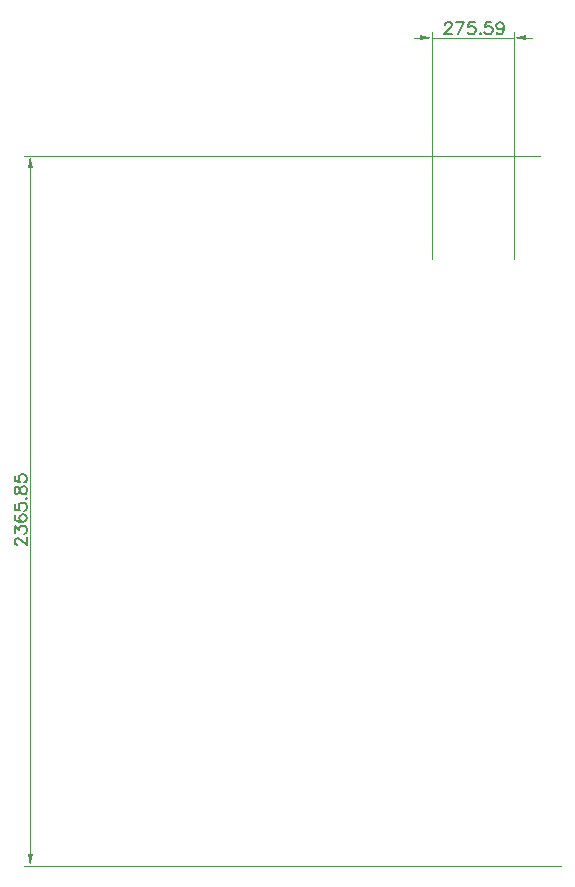
<source format=gbr>
G04 DipTrace 4.0.0.2*
G04 TopDimension.gbr*
%MOIN*%
G04 #@! TF.FileFunction,Drawing,Top*
G04 #@! TF.Part,Single*
%ADD12C,0.001181*%
%ADD32C,0.006176*%
%FSLAX26Y26*%
G04*
G70*
G90*
G75*
G01*
G04 TopDimension*
%LPD*%
X999427Y889665D2*
D12*
X-790336D1*
X929349Y3255511D2*
X-790336D1*
X-770651Y2072588D2*
Y929035D1*
G36*
Y889665D2*
X-778525Y929035D1*
X-762777D1*
X-770651Y889665D1*
G37*
Y2072588D2*
D12*
Y3216141D1*
G36*
Y3255511D2*
X-762777Y3216141D1*
X-778525D1*
X-770651Y3255511D1*
G37*
X567538Y2913385D2*
D12*
Y3669196D1*
X843128Y2913385D2*
Y3669196D1*
X567538Y3649511D2*
X843128D1*
X508483D2*
X528168D1*
G36*
X567538D2*
X528168Y3641637D1*
Y3657385D1*
X567538Y3649511D1*
G37*
X902183D2*
D12*
X882498D1*
G36*
X843128D2*
X882498Y3657385D1*
Y3641637D1*
X843128Y3649511D1*
G37*
X-813459Y1959254D2*
D32*
X-815361D1*
X-819207Y1961156D1*
X-821109Y1963057D1*
X-823010Y1966904D1*
Y1974553D1*
X-821109Y1978356D1*
X-819207Y1980257D1*
X-815361Y1982202D1*
X-811558D1*
X-807711Y1980257D1*
X-802007Y1976454D1*
X-782862Y1957309D1*
Y1984104D1*
X-823010Y2000302D2*
Y2021304D1*
X-807711Y2009852D1*
Y2015600D1*
X-805810Y2019403D1*
X-803909Y2021304D1*
X-798161Y2023250D1*
X-794358D1*
X-788610Y2021304D1*
X-784763Y2017502D1*
X-782862Y2011754D1*
Y2006006D1*
X-784763Y2000302D1*
X-786709Y1998400D1*
X-790511Y1996455D1*
X-817306Y2058549D2*
X-821109Y2056648D1*
X-823010Y2050900D1*
Y2047097D1*
X-821109Y2041349D1*
X-815361Y2037502D1*
X-805810Y2035601D1*
X-796259D1*
X-788610Y2037502D1*
X-784763Y2041349D1*
X-782862Y2047097D1*
Y2048998D1*
X-784763Y2054702D1*
X-788610Y2058549D1*
X-794358Y2060450D1*
X-796259D1*
X-802007Y2058549D1*
X-805810Y2054702D1*
X-807711Y2048998D1*
Y2047097D1*
X-805810Y2041349D1*
X-802007Y2037502D1*
X-796259Y2035601D1*
X-823010Y2095750D2*
Y2076648D1*
X-805810Y2074747D1*
X-807711Y2076648D1*
X-809657Y2082396D1*
Y2088100D1*
X-807711Y2093848D1*
X-803909Y2097695D1*
X-798161Y2099596D1*
X-794358D1*
X-788610Y2097695D1*
X-784763Y2093848D1*
X-782862Y2088100D1*
Y2082396D1*
X-784763Y2076648D1*
X-786709Y2074747D1*
X-790511Y2072802D1*
X-786709Y2113849D2*
X-784763Y2111948D1*
X-782862Y2113849D1*
X-784763Y2115794D1*
X-786709Y2113849D1*
X-823010Y2137696D2*
X-821109Y2131993D1*
X-817306Y2130047D1*
X-813459D1*
X-809657Y2131993D1*
X-807711Y2135795D1*
X-805810Y2143444D1*
X-803909Y2149192D1*
X-800062Y2152995D1*
X-796259Y2154896D1*
X-790511D1*
X-786709Y2152995D1*
X-784763Y2151094D1*
X-782862Y2145346D1*
Y2137696D1*
X-784763Y2131993D1*
X-786709Y2130047D1*
X-790511Y2128146D1*
X-796259D1*
X-800062Y2130047D1*
X-803909Y2133894D1*
X-805810Y2139598D1*
X-807711Y2147247D1*
X-809657Y2151094D1*
X-813459Y2152995D1*
X-817306D1*
X-821109Y2151094D1*
X-823010Y2145346D1*
Y2137696D1*
Y2190196D2*
Y2171094D1*
X-805810Y2169193D1*
X-807711Y2171094D1*
X-809657Y2176842D1*
Y2182546D1*
X-807711Y2188294D1*
X-803909Y2192141D1*
X-798161Y2194042D1*
X-794358D1*
X-788610Y2192141D1*
X-784763Y2188294D1*
X-782862Y2182546D1*
Y2176842D1*
X-784763Y2171094D1*
X-786709Y2169193D1*
X-790511Y2167248D1*
X611528Y3692319D2*
Y3694220D1*
X613430Y3698067D1*
X615331Y3699968D1*
X619178Y3701870D1*
X626827D1*
X630629Y3699968D1*
X632531Y3698067D1*
X634476Y3694220D1*
Y3690418D1*
X632531Y3686571D1*
X628728Y3680867D1*
X609583Y3661722D1*
X636378D1*
X656378D2*
X675524Y3701870D1*
X648729D1*
X710823D2*
X691722D1*
X689820Y3684670D1*
X691722Y3686571D1*
X697470Y3688516D1*
X703174D1*
X708922Y3686571D1*
X712768Y3682768D1*
X714670Y3677020D1*
Y3673218D1*
X712768Y3667470D1*
X708922Y3663623D1*
X703174Y3661722D1*
X697470D1*
X691722Y3663623D1*
X689820Y3665569D1*
X687875Y3669371D1*
X728922Y3665569D2*
X727021Y3663623D1*
X728922Y3661722D1*
X730868Y3663623D1*
X728922Y3665569D1*
X766167Y3701870D2*
X747066D1*
X745165Y3684670D1*
X747066Y3686571D1*
X752814Y3688516D1*
X758518D1*
X764266Y3686571D1*
X768113Y3682768D1*
X770014Y3677020D1*
Y3673218D1*
X768113Y3667470D1*
X764266Y3663623D1*
X758518Y3661722D1*
X752814D1*
X747066Y3663623D1*
X745165Y3665569D1*
X743219Y3669371D1*
X807259Y3688516D2*
X805313Y3682768D1*
X801511Y3678922D1*
X795763Y3677020D1*
X793861D1*
X788113Y3678922D1*
X784311Y3682768D1*
X782365Y3688516D1*
Y3690418D1*
X784311Y3696166D1*
X788113Y3699968D1*
X793861Y3701870D1*
X795763D1*
X801511Y3699968D1*
X805313Y3696166D1*
X807259Y3688516D1*
Y3678922D1*
X805313Y3669371D1*
X801511Y3663623D1*
X795763Y3661722D1*
X791960D1*
X786212Y3663623D1*
X784311Y3667470D1*
M02*

</source>
